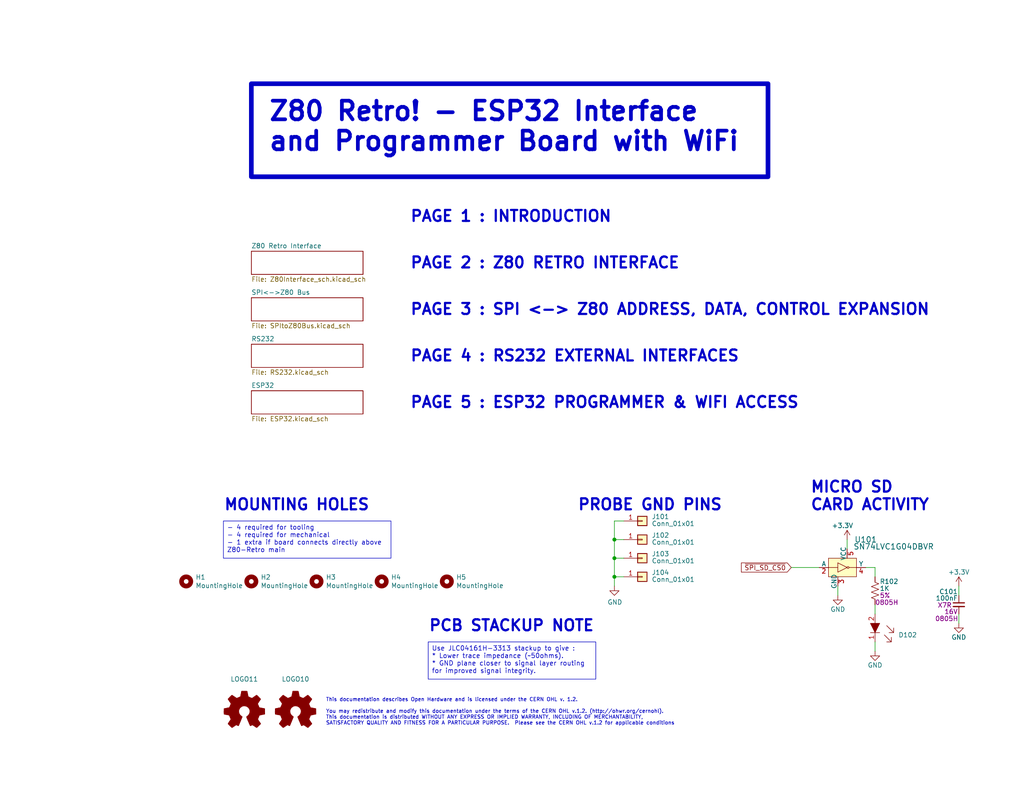
<source format=kicad_sch>
(kicad_sch (version 20230121) (generator eeschema)

  (uuid 427359ba-a628-45f2-b713-ef7013e70a1d)

  (paper "USLetter")

  (title_block
    (title "Z80 Retro! ESP32 Interface and Programmer")
    (date "2023-06-12")
    (rev "1.0")
    (company "Denno Wiggle")
    (comment 1 "Z80 Retro! - ESP32-S3 Interface and ")
    (comment 2 "Programmer With WiFi")
  )

  (lib_symbols
    (symbol "Connector_Generic:Conn_01x01" (pin_names (offset 1.016) hide) (in_bom yes) (on_board yes)
      (property "Reference" "J" (at 0 2.54 0)
        (effects (font (size 1.27 1.27)))
      )
      (property "Value" "Conn_01x01" (at 0 -2.54 0)
        (effects (font (size 1.27 1.27)))
      )
      (property "Footprint" "" (at 0 0 0)
        (effects (font (size 1.27 1.27)) hide)
      )
      (property "Datasheet" "~" (at 0 0 0)
        (effects (font (size 1.27 1.27)) hide)
      )
      (property "ki_keywords" "connector" (at 0 0 0)
        (effects (font (size 1.27 1.27)) hide)
      )
      (property "ki_description" "Generic connector, single row, 01x01, script generated (kicad-library-utils/schlib/autogen/connector/)" (at 0 0 0)
        (effects (font (size 1.27 1.27)) hide)
      )
      (property "ki_fp_filters" "Connector*:*_1x??_*" (at 0 0 0)
        (effects (font (size 1.27 1.27)) hide)
      )
      (symbol "Conn_01x01_1_1"
        (rectangle (start -1.27 0.127) (end 0 -0.127)
          (stroke (width 0.1524) (type default))
          (fill (type none))
        )
        (rectangle (start -1.27 1.27) (end 1.27 -1.27)
          (stroke (width 0.254) (type default))
          (fill (type background))
        )
        (pin passive line (at -5.08 0 0) (length 3.81)
          (name "Pin_1" (effects (font (size 1.27 1.27))))
          (number "1" (effects (font (size 1.27 1.27))))
        )
      )
    )
    (symbol "Graphic:Logo_Open_Hardware_Small" (in_bom no) (on_board no)
      (property "Reference" "#SYM" (at 0 6.985 0)
        (effects (font (size 1.27 1.27)) hide)
      )
      (property "Value" "Logo_Open_Hardware_Small" (at 0 -5.715 0)
        (effects (font (size 1.27 1.27)) hide)
      )
      (property "Footprint" "" (at 0 0 0)
        (effects (font (size 1.27 1.27)) hide)
      )
      (property "Datasheet" "~" (at 0 0 0)
        (effects (font (size 1.27 1.27)) hide)
      )
      (property "Sim.Enable" "0" (at 0 0 0)
        (effects (font (size 1.27 1.27)) hide)
      )
      (property "ki_keywords" "Logo" (at 0 0 0)
        (effects (font (size 1.27 1.27)) hide)
      )
      (property "ki_description" "Open Hardware logo, small" (at 0 0 0)
        (effects (font (size 1.27 1.27)) hide)
      )
      (symbol "Logo_Open_Hardware_Small_0_1"
        (polyline
          (pts
            (xy 3.3528 -4.3434)
            (xy 3.302 -4.318)
            (xy 3.175 -4.2418)
            (xy 2.9972 -4.1148)
            (xy 2.7686 -3.9624)
            (xy 2.54 -3.81)
            (xy 2.3622 -3.7084)
            (xy 2.2352 -3.6068)
            (xy 2.1844 -3.5814)
            (xy 2.159 -3.6068)
            (xy 2.0574 -3.6576)
            (xy 1.905 -3.7338)
            (xy 1.8034 -3.7846)
            (xy 1.6764 -3.8354)
            (xy 1.6002 -3.8354)
            (xy 1.6002 -3.8354)
            (xy 1.5494 -3.7338)
            (xy 1.4732 -3.5306)
            (xy 1.3462 -3.302)
            (xy 1.2446 -3.0226)
            (xy 1.1176 -2.7178)
            (xy 0.9652 -2.413)
            (xy 0.8636 -2.1082)
            (xy 0.7366 -1.8288)
            (xy 0.6604 -1.6256)
            (xy 0.6096 -1.4732)
            (xy 0.5842 -1.397)
            (xy 0.5842 -1.397)
            (xy 0.6604 -1.3208)
            (xy 0.7874 -1.2446)
            (xy 1.0414 -1.016)
            (xy 1.2954 -0.6858)
            (xy 1.4478 -0.3302)
            (xy 1.524 0.0762)
            (xy 1.4732 0.4572)
            (xy 1.3208 0.8128)
            (xy 1.0668 1.143)
            (xy 0.762 1.3716)
            (xy 0.4064 1.524)
            (xy 0 1.5748)
            (xy -0.381 1.5494)
            (xy -0.7366 1.397)
            (xy -1.0668 1.143)
            (xy -1.2192 0.9906)
            (xy -1.397 0.6604)
            (xy -1.524 0.3048)
            (xy -1.524 0.2286)
            (xy -1.4986 -0.1778)
            (xy -1.397 -0.5334)
            (xy -1.1938 -0.8636)
            (xy -0.9144 -1.143)
            (xy -0.8636 -1.1684)
            (xy -0.7366 -1.27)
            (xy -0.635 -1.3462)
            (xy -0.5842 -1.397)
            (xy -1.0668 -2.5908)
            (xy -1.143 -2.794)
            (xy -1.2954 -3.1242)
            (xy -1.397 -3.4036)
            (xy -1.4986 -3.6322)
            (xy -1.5748 -3.7846)
            (xy -1.6002 -3.8354)
            (xy -1.6002 -3.8354)
            (xy -1.651 -3.8354)
            (xy -1.7272 -3.81)
            (xy -1.905 -3.7338)
            (xy -2.0066 -3.683)
            (xy -2.1336 -3.6068)
            (xy -2.2098 -3.5814)
            (xy -2.2606 -3.6068)
            (xy -2.3622 -3.683)
            (xy -2.54 -3.81)
            (xy -2.7686 -3.9624)
            (xy -2.9718 -4.0894)
            (xy -3.1496 -4.2164)
            (xy -3.302 -4.318)
            (xy -3.3528 -4.3434)
            (xy -3.3782 -4.3434)
            (xy -3.429 -4.318)
            (xy -3.5306 -4.2164)
            (xy -3.7084 -4.064)
            (xy -3.937 -3.8354)
            (xy -3.9624 -3.81)
            (xy -4.1656 -3.6068)
            (xy -4.318 -3.4544)
            (xy -4.4196 -3.3274)
            (xy -4.445 -3.2766)
            (xy -4.445 -3.2766)
            (xy -4.4196 -3.2258)
            (xy -4.318 -3.0734)
            (xy -4.2164 -2.8956)
            (xy -4.064 -2.667)
            (xy -3.6576 -2.0828)
            (xy -3.8862 -1.5494)
            (xy -3.937 -1.3716)
            (xy -4.0386 -1.1684)
            (xy -4.0894 -1.0414)
            (xy -4.1148 -0.9652)
            (xy -4.191 -0.9398)
            (xy -4.318 -0.9144)
            (xy -4.5466 -0.8636)
            (xy -4.8006 -0.8128)
            (xy -5.0546 -0.7874)
            (xy -5.2578 -0.7366)
            (xy -5.4356 -0.7112)
            (xy -5.5118 -0.6858)
            (xy -5.5118 -0.6858)
            (xy -5.5372 -0.635)
            (xy -5.5372 -0.5588)
            (xy -5.5372 -0.4318)
            (xy -5.5626 -0.2286)
            (xy -5.5626 0.0762)
            (xy -5.5626 0.127)
            (xy -5.5372 0.4064)
            (xy -5.5372 0.635)
            (xy -5.5372 0.762)
            (xy -5.5372 0.8382)
            (xy -5.5372 0.8382)
            (xy -5.461 0.8382)
            (xy -5.3086 0.889)
            (xy -5.08 0.9144)
            (xy -4.826 0.9652)
            (xy -4.8006 0.9906)
            (xy -4.5466 1.0414)
            (xy -4.318 1.0668)
            (xy -4.1656 1.1176)
            (xy -4.0894 1.143)
            (xy -4.0894 1.143)
            (xy -4.0386 1.2446)
            (xy -3.9624 1.4224)
            (xy -3.8608 1.6256)
            (xy -3.7846 1.8288)
            (xy -3.7084 2.0066)
            (xy -3.6576 2.159)
            (xy -3.6322 2.2098)
            (xy -3.6322 2.2098)
            (xy -3.683 2.286)
            (xy -3.7592 2.413)
            (xy -3.8862 2.5908)
            (xy -4.064 2.8194)
            (xy -4.064 2.8448)
            (xy -4.2164 3.0734)
            (xy -4.3434 3.2512)
            (xy -4.4196 3.3782)
            (xy -4.445 3.4544)
            (xy -4.445 3.4544)
            (xy -4.3942 3.5052)
            (xy -4.2926 3.6322)
            (xy -4.1148 3.81)
            (xy -3.937 4.0132)
            (xy -3.8608 4.064)
            (xy -3.6576 4.2926)
            (xy -3.5052 4.4196)
            (xy -3.4036 4.4958)
            (xy -3.3528 4.5212)
            (xy -3.3528 4.5212)
            (xy -3.302 4.4704)
            (xy -3.1496 4.3688)
            (xy -2.9718 4.2418)
            (xy -2.7432 4.0894)
            (xy -2.7178 4.0894)
            (xy -2.4892 3.937)
            (xy -2.3114 3.81)
            (xy -2.1844 3.7084)
            (xy -2.1336 3.683)
            (xy -2.1082 3.683)
            (xy -2.032 3.7084)
            (xy -1.8542 3.7592)
            (xy -1.6764 3.8354)
            (xy -1.4732 3.937)
            (xy -1.27 4.0132)
            (xy -1.143 4.064)
            (xy -1.0668 4.1148)
            (xy -1.0668 4.1148)
            (xy -1.0414 4.191)
            (xy -1.016 4.3434)
            (xy -0.9652 4.572)
            (xy -0.9144 4.8514)
            (xy -0.889 4.9022)
            (xy -0.8382 5.1562)
            (xy -0.8128 5.3848)
            (xy -0.7874 5.5372)
            (xy -0.762 5.588)
            (xy -0.7112 5.6134)
            (xy -0.5842 5.6134)
            (xy -0.4064 5.6134)
            (xy -0.1524 5.6134)
            (xy 0.0762 5.6134)
            (xy 0.3302 5.6134)
            (xy 0.5334 5.6134)
            (xy 0.6858 5.588)
            (xy 0.7366 5.588)
            (xy 0.7366 5.588)
            (xy 0.762 5.5118)
            (xy 0.8128 5.334)
            (xy 0.8382 5.1054)
            (xy 0.9144 4.826)
            (xy 0.9144 4.7752)
            (xy 0.9652 4.5212)
            (xy 1.016 4.2926)
            (xy 1.0414 4.1402)
            (xy 1.0668 4.0894)
            (xy 1.0668 4.0894)
            (xy 1.1938 4.0386)
            (xy 1.3716 3.9624)
            (xy 1.5748 3.8608)
            (xy 2.0828 3.6576)
            (xy 2.7178 4.0894)
            (xy 2.7686 4.1402)
            (xy 2.9972 4.2926)
            (xy 3.175 4.4196)
            (xy 3.302 4.4958)
            (xy 3.3782 4.5212)
            (xy 3.3782 4.5212)
            (xy 3.429 4.4704)
            (xy 3.556 4.3434)
            (xy 3.7338 4.191)
            (xy 3.9116 3.9878)
            (xy 4.064 3.8354)
            (xy 4.2418 3.6576)
            (xy 4.3434 3.556)
            (xy 4.4196 3.4798)
            (xy 4.4196 3.429)
            (xy 4.4196 3.4036)
            (xy 4.3942 3.3274)
            (xy 4.2926 3.2004)
            (xy 4.1656 2.9972)
            (xy 4.0132 2.794)
            (xy 3.8862 2.5908)
            (xy 3.7592 2.3876)
            (xy 3.6576 2.2352)
            (xy 3.6322 2.159)
            (xy 3.6322 2.1336)
            (xy 3.683 2.0066)
            (xy 3.7592 1.8288)
            (xy 3.8608 1.6002)
            (xy 4.064 1.1176)
            (xy 4.3942 1.0414)
            (xy 4.5974 1.016)
            (xy 4.8768 0.9652)
            (xy 5.1308 0.9144)
            (xy 5.5372 0.8382)
            (xy 5.5626 -0.6604)
            (xy 5.4864 -0.6858)
            (xy 5.4356 -0.6858)
            (xy 5.2832 -0.7366)
            (xy 5.0546 -0.762)
            (xy 4.8006 -0.8128)
            (xy 4.5974 -0.8636)
            (xy 4.3688 -0.9144)
            (xy 4.2164 -0.9398)
            (xy 4.1402 -0.9398)
            (xy 4.1148 -0.9652)
            (xy 4.064 -1.0668)
            (xy 3.9878 -1.2446)
            (xy 3.9116 -1.4478)
            (xy 3.81 -1.651)
            (xy 3.7338 -1.8542)
            (xy 3.683 -2.0066)
            (xy 3.6576 -2.0828)
            (xy 3.683 -2.1336)
            (xy 3.7846 -2.2606)
            (xy 3.8862 -2.4638)
            (xy 4.0386 -2.667)
            (xy 4.191 -2.8956)
            (xy 4.318 -3.0734)
            (xy 4.3942 -3.2004)
            (xy 4.445 -3.2766)
            (xy 4.4196 -3.3274)
            (xy 4.3434 -3.429)
            (xy 4.1656 -3.5814)
            (xy 3.937 -3.8354)
            (xy 3.8862 -3.8608)
            (xy 3.683 -4.064)
            (xy 3.5306 -4.2164)
            (xy 3.4036 -4.318)
            (xy 3.3528 -4.3434)
          )
          (stroke (width 0) (type default))
          (fill (type outline))
        )
      )
    )
    (symbol "Mechanical:MountingHole" (pin_names (offset 1.016)) (in_bom yes) (on_board yes)
      (property "Reference" "H" (at 0 5.08 0)
        (effects (font (size 1.27 1.27)))
      )
      (property "Value" "MountingHole" (at 0 3.175 0)
        (effects (font (size 1.27 1.27)))
      )
      (property "Footprint" "" (at 0 0 0)
        (effects (font (size 1.27 1.27)) hide)
      )
      (property "Datasheet" "~" (at 0 0 0)
        (effects (font (size 1.27 1.27)) hide)
      )
      (property "ki_keywords" "mounting hole" (at 0 0 0)
        (effects (font (size 1.27 1.27)) hide)
      )
      (property "ki_description" "Mounting Hole without connection" (at 0 0 0)
        (effects (font (size 1.27 1.27)) hide)
      )
      (property "ki_fp_filters" "MountingHole*" (at 0 0 0)
        (effects (font (size 1.27 1.27)) hide)
      )
      (symbol "MountingHole_0_1"
        (circle (center 0 0) (radius 1.27)
          (stroke (width 1.27) (type default))
          (fill (type none))
        )
      )
    )
    (symbol "WTM:C_100nF_X7R_16V_0805H" (pin_numbers hide) (pin_names (offset 0) hide) (in_bom yes) (on_board yes)
      (property "Reference" "C" (at 0.254 3.556 0) (do_not_autoplace)
        (effects (font (size 1.27 1.27)) (justify left))
      )
      (property "Value" "100nF" (at 0.254 1.778 0) (do_not_autoplace)
        (effects (font (size 1.27 1.27)) (justify left))
      )
      (property "Footprint" "Capacitor_SMD:C_0805_2012Metric_Pad1.18x1.45mm_HandSolder" (at 2.54 -10.16 0)
        (effects (font (size 1.27 1.27)) hide)
      )
      (property "Datasheet" "https://www.we-online.com/katalog/datasheet/885012207045.pdf" (at 0 -25.4 0)
        (effects (font (size 1.27 1.27)) hide)
      )
      (property "Digikey" "732-8045-1-ND" (at 1.27 -12.7 0)
        (effects (font (size 1.27 1.27)) hide)
      )
      (property "Description" "CAP CER 0.1UF 16V X7R 0805" (at 1.27 -22.86 0)
        (effects (font (size 1.27 1.27)) hide)
      )
      (property "Dielectric" "X7R" (at 1.905 -0.127 0) (do_not_autoplace)
        (effects (font (size 1.27 1.27)) (justify left))
      )
      (property "Voltage" "16V" (at 0.254 -1.905 0) (do_not_autoplace)
        (effects (font (size 1.27 1.27)) (justify left))
      )
      (property "MPN" "885012207045" (at 1.27 -20.32 0)
        (effects (font (size 1.27 1.27)) hide)
      )
      (property "Manufacturer" "Würth Elektronik" (at 1.27 -17.78 0)
        (effects (font (size 1.27 1.27)) hide)
      )
      (property "Footprint2" "0805H" (at 0.127 -3.81 0) (do_not_autoplace)
        (effects (font (size 1.27 1.27)) (justify left))
      )
      (property "Digi-Key_PN" "732-8045-1-ND" (at 1.27 -15.24 0)
        (effects (font (size 1.27 1.27)) hide)
      )
      (property "ki_keywords" "capacitor cap" (at 0 0 0)
        (effects (font (size 1.27 1.27)) hide)
      )
      (property "ki_description" "Unpolarized capacitor, small symbol" (at 0 0 0)
        (effects (font (size 1.27 1.27)) hide)
      )
      (property "ki_fp_filters" "C_*" (at 0 0 0)
        (effects (font (size 1.27 1.27)) hide)
      )
      (symbol "C_100nF_X7R_16V_0805H_0_1"
        (polyline
          (pts
            (xy -1.524 -0.508)
            (xy 1.524 -0.508)
          )
          (stroke (width 0.3302) (type default))
          (fill (type none))
        )
        (polyline
          (pts
            (xy -1.524 0.508)
            (xy 1.524 0.508)
          )
          (stroke (width 0.3048) (type default))
          (fill (type none))
        )
      )
      (symbol "C_100nF_X7R_16V_0805H_1_1"
        (pin passive line (at 0 2.54 270) (length 2.032)
          (name "~" (effects (font (size 1.27 1.27))))
          (number "1" (effects (font (size 1.27 1.27))))
        )
        (pin passive line (at 0 -2.54 90) (length 2.032)
          (name "~" (effects (font (size 1.27 1.27))))
          (number "2" (effects (font (size 1.27 1.27))))
        )
      )
    )
    (symbol "WTM:R_10K_5%_0805H" (pin_numbers hide) (pin_names (offset 0)) (in_bom yes) (on_board yes)
      (property "Reference" "R515" (at 1.27 2.54 0)
        (effects (font (size 1.27 1.27)) (justify left))
      )
      (property "Value" "10K" (at 1.27 0.635 0)
        (effects (font (size 1.27 1.27)) (justify left))
      )
      (property "Footprint" "Resistor_SMD:R_0805_2012Metric_Pad1.20x1.40mm_HandSolder" (at 0 -12.7 0)
        (effects (font (size 1.27 1.27)) hide)
      )
      (property "Datasheet" "https://www.yageo.com/upload/media/product/productsearch/datasheet/rchip/PYu-RC_Group_51_RoHS_L_12.pdf" (at 0 -15.24 0)
        (effects (font (size 1.27 1.27)) hide)
      )
      (property "Tolerance" "5%" (at 1.27 -1.27 0)
        (effects (font (size 1.27 1.27)) (justify left))
      )
      (property "Footprint2" "0805H" (at 0 -3.175 0)
        (effects (font (size 1.27 1.27)) (justify left))
      )
      (property "MPN" "RC0805JR-0710KL" (at 0 -20.32 0)
        (effects (font (size 1.27 1.27)) hide)
      )
      (property "Manufacturer" "Yaego" (at 0 -25.4 0)
        (effects (font (size 1.27 1.27)) hide)
      )
      (property "Description" "RES 10K OHM 5% 1/8W 0805" (at 0 -17.78 0)
        (effects (font (size 1.27 1.27)) hide)
      )
      (property "Digikey" "311-10KARCT-ND" (at 0 -22.86 0)
        (effects (font (size 1.27 1.27)) hide)
      )
      (property "ki_keywords" "R res resistor" (at 0 0 0)
        (effects (font (size 1.27 1.27)) hide)
      )
      (property "ki_description" "Resistor, US symbol" (at 0 0 0)
        (effects (font (size 1.27 1.27)) hide)
      )
      (property "ki_fp_filters" "R_*" (at 0 0 0)
        (effects (font (size 1.27 1.27)) hide)
      )
      (symbol "R_10K_5%_0805H_0_1"
        (polyline
          (pts
            (xy 0 -2.286)
            (xy 0 -2.54)
          )
          (stroke (width 0) (type default))
          (fill (type none))
        )
        (polyline
          (pts
            (xy 0 2.286)
            (xy 0 2.54)
          )
          (stroke (width 0) (type default))
          (fill (type none))
        )
        (polyline
          (pts
            (xy 0 -0.762)
            (xy 1.016 -1.143)
            (xy 0 -1.524)
            (xy -1.016 -1.905)
            (xy 0 -2.286)
          )
          (stroke (width 0) (type default))
          (fill (type none))
        )
        (polyline
          (pts
            (xy 0 0.762)
            (xy 1.016 0.381)
            (xy 0 0)
            (xy -1.016 -0.381)
            (xy 0 -0.762)
          )
          (stroke (width 0) (type default))
          (fill (type none))
        )
        (polyline
          (pts
            (xy 0 2.286)
            (xy 1.016 1.905)
            (xy 0 1.524)
            (xy -1.016 1.143)
            (xy 0 0.762)
          )
          (stroke (width 0) (type default))
          (fill (type none))
        )
      )
      (symbol "R_10K_5%_0805H_1_1"
        (pin passive line (at 0 3.81 270) (length 1.27)
          (name "~" (effects (font (size 1.27 1.27))))
          (number "1" (effects (font (size 1.27 1.27))))
        )
        (pin passive line (at 0 -3.81 90) (length 1.27)
          (name "~" (effects (font (size 1.27 1.27))))
          (number "2" (effects (font (size 1.27 1.27))))
        )
      )
    )
    (symbol "dk_LED-Indication-Discrete:LTST-C191KRKT" (pin_names (offset 0)) (in_bom yes) (on_board yes)
      (property "Reference" "D102" (at 0.635 6.35 90)
        (effects (font (size 1.27 1.27)) (justify left))
      )
      (property "Value" "LTST-C170KGKT" (at 0 -3.81 0)
        (effects (font (size 1.524 1.524)) hide)
      )
      (property "Footprint" "LED_SMD:LED_0805_2012Metric_Pad1.15x1.40mm_HandSolder" (at 5.08 5.08 0)
        (effects (font (size 1.524 1.524)) (justify left) hide)
      )
      (property "Datasheet" "https://optoelectronics.liteon.com/upload/download/DS22-2000-073/LTST-C170KGKT.pdf" (at 5.08 7.62 0)
        (effects (font (size 1.524 1.524)) (justify left) hide)
      )
      (property "Digikey" "160-1414-1-ND" (at 5.08 10.16 0)
        (effects (font (size 1.524 1.524)) (justify left) hide)
      )
      (property "MPN" "LTST-C170KGKT" (at 5.08 12.7 0)
        (effects (font (size 1.524 1.524)) (justify left) hide)
      )
      (property "Category" "Optoelectronics" (at 5.08 15.24 0)
        (effects (font (size 1.524 1.524)) (justify left) hide)
      )
      (property "Family" "LED Indication - Discrete" (at 5.08 17.78 0)
        (effects (font (size 1.524 1.524)) (justify left) hide)
      )
      (property "Description" "LED GREEN CLEAR CHIP 2V 571NM 0805" (at 5.08 25.4 0)
        (effects (font (size 1.524 1.524)) (justify left) hide)
      )
      (property "Manufacturer" "Lite-On Inc." (at 5.08 27.94 0)
        (effects (font (size 1.524 1.524)) (justify left) hide)
      )
      (property "Status" "Active" (at 5.08 30.48 0)
        (effects (font (size 1.524 1.524)) (justify left) hide)
      )
      (property "LCSC Part #" "" (at 0 0 0)
        (effects (font (size 1.27 1.27)) hide)
      )
      (property "ki_keywords" "160-1447-1-ND" (at 0 0 0)
        (effects (font (size 1.27 1.27)) hide)
      )
      (property "ki_description" "LED RED CLEAR SMD" (at 0 0 0)
        (effects (font (size 1.27 1.27)) hide)
      )
      (symbol "LTST-C191KRKT_0_1"
        (polyline
          (pts
            (xy 0 1.27)
            (xy 0 -1.27)
          )
          (stroke (width 0) (type solid))
          (fill (type none))
        )
        (polyline
          (pts
            (xy -2.54 1.27)
            (xy -2.54 -1.27)
            (xy 0 0)
            (xy -2.54 1.27)
          )
          (stroke (width 0) (type solid))
          (fill (type outline))
        )
      )
      (symbol "LTST-C191KRKT_1_1"
        (polyline
          (pts
            (xy -1.27 3.81)
            (xy -1.905 3.175)
          )
          (stroke (width 0) (type solid))
          (fill (type none))
        )
        (polyline
          (pts
            (xy -0.635 5.08)
            (xy -1.27 5.08)
          )
          (stroke (width 0) (type solid))
          (fill (type none))
        )
        (polyline
          (pts
            (xy 0 4.445)
            (xy 0 3.81)
          )
          (stroke (width 0) (type solid))
          (fill (type none))
        )
        (polyline
          (pts
            (xy 1.27 3.175)
            (xy 0.635 2.54)
          )
          (stroke (width 0) (type solid))
          (fill (type none))
        )
        (polyline
          (pts
            (xy 1.905 4.445)
            (xy 1.27 4.445)
          )
          (stroke (width 0) (type solid))
          (fill (type none))
        )
        (polyline
          (pts
            (xy 2.54 3.81)
            (xy 2.54 3.175)
          )
          (stroke (width 0) (type solid))
          (fill (type none))
        )
        (polyline
          (pts
            (xy 1.27 3.175)
            (xy 2.54 4.445)
            (xy 1.905 4.445)
            (xy 2.54 4.445)
            (xy 2.54 3.81)
          )
          (stroke (width 0) (type solid))
          (fill (type none))
        )
        (polyline
          (pts
            (xy 0 5.08)
            (xy 0 4.445)
            (xy 0 5.08)
            (xy -0.635 5.08)
            (xy 0 5.08)
            (xy -1.27 3.81)
          )
          (stroke (width 0) (type solid))
          (fill (type none))
        )
        (pin passive line (at 2.54 0 180) (length 2.54)
          (name "~" (effects (font (size 1.27 1.27))))
          (number "1" (effects (font (size 1.27 1.27))))
        )
        (pin passive line (at -5.08 0 0) (length 2.54)
          (name "~" (effects (font (size 1.27 1.27))))
          (number "2" (effects (font (size 1.27 1.27))))
        )
      )
    )
    (symbol "dk_Logic-Gates-and-Inverters:SN74LVC1G04DBVR" (pin_names (offset 0)) (in_bom yes) (on_board yes)
      (property "Reference" "U" (at -2.54 3.556 0)
        (effects (font (size 1.524 1.524)) (justify right))
      )
      (property "Value" "SN74LVC1G04DBVR" (at -0.762 -3.81 0)
        (effects (font (size 1.524 1.524)) (justify left))
      )
      (property "Footprint" "digikey-footprints:SOT-753" (at 5.08 5.08 0)
        (effects (font (size 1.524 1.524)) (justify left) hide)
      )
      (property "Datasheet" "http://www.ti.com/general/docs/suppproductinfo.tsp?distId=10&gotoUrl=http%3A%2F%2Fwww.ti.com%2Flit%2Fgpn%2Fsn74lvc1g04" (at 5.08 7.62 0)
        (effects (font (size 1.524 1.524)) (justify left) hide)
      )
      (property "Digi-Key_PN" "296-11599-1-ND" (at 5.08 10.16 0)
        (effects (font (size 1.524 1.524)) (justify left) hide)
      )
      (property "MPN" "SN74LVC1G04DBVR" (at 5.08 12.7 0)
        (effects (font (size 1.524 1.524)) (justify left) hide)
      )
      (property "Category" "Integrated Circuits (ICs)" (at 5.08 15.24 0)
        (effects (font (size 1.524 1.524)) (justify left) hide)
      )
      (property "Family" "Logic - Gates and Inverters" (at 5.08 17.78 0)
        (effects (font (size 1.524 1.524)) (justify left) hide)
      )
      (property "DK_Datasheet_Link" "http://www.ti.com/general/docs/suppproductinfo.tsp?distId=10&gotoUrl=http%3A%2F%2Fwww.ti.com%2Flit%2Fgpn%2Fsn74lvc1g04" (at 5.08 20.32 0)
        (effects (font (size 1.524 1.524)) (justify left) hide)
      )
      (property "DK_Detail_Page" "/product-detail/en/texas-instruments/SN74LVC1G04DBVR/296-11599-1-ND/385738" (at 5.08 22.86 0)
        (effects (font (size 1.524 1.524)) (justify left) hide)
      )
      (property "Description" "IC INVERTER 1CH 1-INP SOT23-5" (at 5.08 25.4 0)
        (effects (font (size 1.524 1.524)) (justify left) hide)
      )
      (property "Manufacturer" "Texas Instruments" (at 5.08 27.94 0)
        (effects (font (size 1.524 1.524)) (justify left) hide)
      )
      (property "Status" "Active" (at 5.08 30.48 0)
        (effects (font (size 1.524 1.524)) (justify left) hide)
      )
      (property "ki_keywords" "296-11599-1-ND 74LVC" (at 0 0 0)
        (effects (font (size 1.27 1.27)) hide)
      )
      (property "ki_description" "IC INVERTER 1CH 1-INP SOT23-5" (at 0 0 0)
        (effects (font (size 1.27 1.27)) hide)
      )
      (symbol "SN74LVC1G04DBVR_0_1"
        (rectangle (start -5.08 2.54) (end 2.54 -2.54)
          (stroke (width 0) (type solid))
          (fill (type background))
        )
        (polyline
          (pts
            (xy -2.54 0)
            (xy -5.08 0)
          )
          (stroke (width 0) (type solid))
          (fill (type none))
        )
        (polyline
          (pts
            (xy 2.54 0)
            (xy 0.508 0)
          )
          (stroke (width 0) (type solid))
          (fill (type none))
        )
        (polyline
          (pts
            (xy -2.54 1.27)
            (xy -2.54 -1.27)
            (xy 0 0)
            (xy -2.54 1.27)
          )
          (stroke (width 0) (type solid))
          (fill (type none))
        )
        (circle (center 0.254 0) (radius 0.254)
          (stroke (width 0) (type solid))
          (fill (type none))
        )
      )
      (symbol "SN74LVC1G04DBVR_1_1"
        (pin no_connect line (at -2.54 0 0) (length 2.54) hide
          (name "NC" (effects (font (size 1.27 1.27))))
          (number "1" (effects (font (size 1.27 1.27))))
        )
        (pin input line (at -7.62 0 0) (length 2.54)
          (name "A" (effects (font (size 1.27 1.27))))
          (number "2" (effects (font (size 1.27 1.27))))
        )
        (pin power_in line (at -2.54 -5.08 90) (length 2.54)
          (name "GND" (effects (font (size 1.27 1.27))))
          (number "3" (effects (font (size 1.27 1.27))))
        )
        (pin output line (at 5.08 0 180) (length 2.54)
          (name "Y" (effects (font (size 1.27 1.27))))
          (number "4" (effects (font (size 1.27 1.27))))
        )
        (pin power_in line (at 0 5.08 270) (length 2.54)
          (name "VCC" (effects (font (size 1.27 1.27))))
          (number "5" (effects (font (size 1.27 1.27))))
        )
      )
    )
    (symbol "power:+3.3V" (power) (pin_names (offset 0)) (in_bom yes) (on_board yes)
      (property "Reference" "#PWR" (at 0 -3.81 0)
        (effects (font (size 1.27 1.27)) hide)
      )
      (property "Value" "+3.3V" (at 0 3.556 0)
        (effects (font (size 1.27 1.27)))
      )
      (property "Footprint" "" (at 0 0 0)
        (effects (font (size 1.27 1.27)) hide)
      )
      (property "Datasheet" "" (at 0 0 0)
        (effects (font (size 1.27 1.27)) hide)
      )
      (property "ki_keywords" "global power" (at 0 0 0)
        (effects (font (size 1.27 1.27)) hide)
      )
      (property "ki_description" "Power symbol creates a global label with name \"+3.3V\"" (at 0 0 0)
        (effects (font (size 1.27 1.27)) hide)
      )
      (symbol "+3.3V_0_1"
        (polyline
          (pts
            (xy -0.762 1.27)
            (xy 0 2.54)
          )
          (stroke (width 0) (type default))
          (fill (type none))
        )
        (polyline
          (pts
            (xy 0 0)
            (xy 0 2.54)
          )
          (stroke (width 0) (type default))
          (fill (type none))
        )
        (polyline
          (pts
            (xy 0 2.54)
            (xy 0.762 1.27)
          )
          (stroke (width 0) (type default))
          (fill (type none))
        )
      )
      (symbol "+3.3V_1_1"
        (pin power_in line (at 0 0 90) (length 0) hide
          (name "+3.3V" (effects (font (size 1.27 1.27))))
          (number "1" (effects (font (size 1.27 1.27))))
        )
      )
    )
    (symbol "power:GND" (power) (pin_names (offset 0)) (in_bom yes) (on_board yes)
      (property "Reference" "#PWR" (at 0 -6.35 0)
        (effects (font (size 1.27 1.27)) hide)
      )
      (property "Value" "GND" (at 0 -3.81 0)
        (effects (font (size 1.27 1.27)))
      )
      (property "Footprint" "" (at 0 0 0)
        (effects (font (size 1.27 1.27)) hide)
      )
      (property "Datasheet" "" (at 0 0 0)
        (effects (font (size 1.27 1.27)) hide)
      )
      (property "ki_keywords" "global power" (at 0 0 0)
        (effects (font (size 1.27 1.27)) hide)
      )
      (property "ki_description" "Power symbol creates a global label with name \"GND\" , ground" (at 0 0 0)
        (effects (font (size 1.27 1.27)) hide)
      )
      (symbol "GND_0_1"
        (polyline
          (pts
            (xy 0 0)
            (xy 0 -1.27)
            (xy 1.27 -1.27)
            (xy 0 -2.54)
            (xy -1.27 -1.27)
            (xy 0 -1.27)
          )
          (stroke (width 0) (type default))
          (fill (type none))
        )
      )
      (symbol "GND_1_1"
        (pin power_in line (at 0 0 270) (length 0) hide
          (name "GND" (effects (font (size 1.27 1.27))))
          (number "1" (effects (font (size 1.27 1.27))))
        )
      )
    )
  )

  (junction (at 167.64 147.32) (diameter 0) (color 0 0 0 0)
    (uuid 0b4265cf-41e0-47b7-976e-8a935d6166e8)
  )
  (junction (at 167.64 152.4) (diameter 0) (color 0 0 0 0)
    (uuid 118b8951-ccd0-4905-bc5e-c4710ddba987)
  )
  (junction (at 167.64 157.48) (diameter 0) (color 0 0 0 0)
    (uuid 1afeb059-8925-4b62-a91f-038e01990ef4)
  )

  (wire (pts (xy 215.9 154.94) (xy 223.52 154.94))
    (stroke (width 0) (type default))
    (uuid 03574744-7587-4359-bb2e-ec60121211d9)
  )
  (wire (pts (xy 167.64 152.4) (xy 170.18 152.4))
    (stroke (width 0) (type default))
    (uuid 11a9cbff-6235-4adc-a524-ac739442ae66)
  )
  (wire (pts (xy 238.76 175.26) (xy 238.76 177.8))
    (stroke (width 0) (type default))
    (uuid 39e17ece-e17e-4405-856c-92de39abc3d5)
  )
  (wire (pts (xy 231.14 147.32) (xy 231.14 149.86))
    (stroke (width 0) (type default))
    (uuid 3adffcb0-9f95-4964-8672-e932736c18b3)
  )
  (wire (pts (xy 261.62 167.64) (xy 261.62 170.18))
    (stroke (width 0) (type default))
    (uuid 420dec3a-0a48-4b31-add6-84638c675326)
  )
  (wire (pts (xy 167.64 142.24) (xy 167.64 147.32))
    (stroke (width 0) (type default))
    (uuid 49155a91-fdca-4652-ad6b-3d98869382c5)
  )
  (wire (pts (xy 261.62 160.02) (xy 261.62 162.56))
    (stroke (width 0) (type default))
    (uuid 6ef7ab6b-e3dc-4090-9c17-5efb66d4307d)
  )
  (wire (pts (xy 167.64 157.48) (xy 167.64 160.02))
    (stroke (width 0) (type default))
    (uuid 7ec07522-f456-46fd-9d74-bde4663847ce)
  )
  (wire (pts (xy 167.64 157.48) (xy 170.18 157.48))
    (stroke (width 0) (type default))
    (uuid 92fc3db2-c986-4d0f-b918-12432df77eae)
  )
  (wire (pts (xy 170.18 142.24) (xy 167.64 142.24))
    (stroke (width 0) (type default))
    (uuid 983f8789-a8c0-4b4f-b5b4-b58b4d55f19e)
  )
  (wire (pts (xy 228.6 160.02) (xy 228.6 162.56))
    (stroke (width 0) (type default))
    (uuid bdcf3359-7842-409a-97a6-436e434012eb)
  )
  (wire (pts (xy 238.76 165.1) (xy 238.76 167.64))
    (stroke (width 0) (type default))
    (uuid c218d427-781b-43e9-9235-a6361d31760c)
  )
  (wire (pts (xy 167.64 152.4) (xy 167.64 157.48))
    (stroke (width 0) (type default))
    (uuid e490b042-a741-44d4-9115-ef525fd911a3)
  )
  (wire (pts (xy 167.64 147.32) (xy 170.18 147.32))
    (stroke (width 0) (type default))
    (uuid ed37820f-75a6-4c01-b474-69065fa3b4a8)
  )
  (wire (pts (xy 167.64 147.32) (xy 167.64 152.4))
    (stroke (width 0) (type default))
    (uuid f24670df-1d51-4aed-be04-56db2e7e006a)
  )
  (wire (pts (xy 236.22 154.94) (xy 238.76 154.94))
    (stroke (width 0) (type default))
    (uuid f9ac6228-27aa-41f5-9287-ae0b00775260)
  )
  (wire (pts (xy 238.76 154.94) (xy 238.76 157.48))
    (stroke (width 0) (type default))
    (uuid ff5af37e-d737-4606-85fd-017ee8856db3)
  )

  (text_box "Z80 Retro! - ESP32 Interface\nand Programmer Board with WiFi"
    (at 68.58 22.86 0) (size 140.97 25.4)
    (stroke (width 1.27) (type default))
    (fill (type none))
    (effects (font (size 5.08 5.08) (thickness 1.016) bold) (justify left top))
    (uuid 0415d99c-b82c-45bc-be8e-4deb9338cb0c)
  )
  (text_box "Use JLC04161H-3313 stackup to give :\n* Lower trace impedance (~50ohms).\n* GND plane closer to signal layer routing for improved signal integrity."
    (at 116.84 175.26 0) (size 45.72 10.16)
    (stroke (width 0) (type default))
    (fill (type none))
    (effects (font (size 1.27 1.27)) (justify left top))
    (uuid 8daa3c1b-4891-4ecd-9e22-747a0dd995d0)
  )
  (text_box "- 4 required for tooling\n- 4 required for mechanical\n- 1 extra if board connects directly above Z80-Retro main"
    (at 60.96 142.24 0) (size 45.72 10.16)
    (stroke (width 0) (type default))
    (fill (type none))
    (effects (font (size 1.27 1.27)) (justify left top))
    (uuid fa29d31c-55cf-4a14-a4c3-818b8a283e68)
  )

  (text "MOUNTING HOLES" (at 60.96 139.7 0)
    (effects (font (size 2.9972 2.9972) (thickness 0.5994) bold) (justify left bottom))
    (uuid 2c95c57a-1327-44b6-a84b-5d888d63c2bf)
  )
  (text "PAGE 4 : RS232 EXTERNAL INTERFACES" (at 111.76 99.06 0)
    (effects (font (size 2.9972 2.9972) (thickness 0.5994) bold) (justify left bottom))
    (uuid 44627c6f-d221-41df-8d0f-abd89a0e5c93)
  )
  (text "MICRO SD \nCARD ACTIVITY" (at 220.98 139.7 0)
    (effects (font (size 2.9972 2.9972) (thickness 0.5994) bold) (justify left bottom))
    (uuid 467199e5-0728-4729-a387-707df38f646b)
  )
  (text "PAGE 5 : ESP32 PROGRAMMER & WIFI ACCESS" (at 111.76 111.76 0)
    (effects (font (size 2.9972 2.9972) (thickness 0.5994) bold) (justify left bottom))
    (uuid 59844942-e01b-4112-94a7-193c23b8e6dc)
  )
  (text "PAGE 3 : SPI <-> Z80 ADDRESS, DATA, CONTROL EXPANSION"
    (at 111.76 86.36 0)
    (effects (font (size 2.9972 2.9972) (thickness 0.5994) bold) (justify left bottom))
    (uuid 6f33464c-3974-4a4f-a9c1-7895692b2f8c)
  )
  (text "PAGE 2 : Z80 RETRO INTERFACE" (at 111.76 73.66 0)
    (effects (font (size 2.9972 2.9972) (thickness 0.5994) bold) (justify left bottom))
    (uuid 81dfcee4-75e9-4569-8765-ce299ccb3ddd)
  )
  (text "PCB STACKUP NOTE" (at 116.84 172.72 0)
    (effects (font (size 2.9972 2.9972) (thickness 0.5994) bold) (justify left bottom))
    (uuid 84b9b7eb-f160-4eb9-8d12-a378d3479bb7)
  )
  (text "PROBE GND PINS" (at 157.48 139.7 0)
    (effects (font (size 2.9972 2.9972) (thickness 0.5994) bold) (justify left bottom))
    (uuid 9b1be10d-08c7-476d-baaf-08b805097bbf)
  )
  (text "PAGE 1 : INTRODUCTION" (at 111.76 60.96 0)
    (effects (font (size 2.9972 2.9972) (thickness 0.5994) bold) (justify left bottom))
    (uuid b9708d9f-bf83-49ce-9155-ba84462160be)
  )
  (text "This documentation describes Open Hardware and is licensed under the CERN OHL v. 1.2.\n\nYou may redistribute and modify this documentation under the terms of the CERN OHL v.1.2. (http://ohwr.org/cernohl). \nThis documentation is distributed WITHOUT ANY EXPRESS OR IMPLIED WARRANTY, INCLUDING OF MERCHANTABILITY, \nSATISFACTORY QUALITY AND FITNESS FOR A PARTICULAR PURPOSE.  Please see the CERN OHL v.1.2 for applicable conditions"
    (at 88.9 198.12 0)
    (effects (font (size 0.9906 0.9906)) (justify left bottom))
    (uuid dbc14e04-cb47-4d67-9f89-62c51310841e)
  )

  (global_label "~{SPI_SD_CS0}" (shape input) (at 215.9 154.94 180) (fields_autoplaced)
    (effects (font (size 1.27 1.27)) (justify right))
    (uuid 375fb40d-84fa-4ba6-afb5-406a91c785c4)
    (property "Intersheetrefs" "${INTERSHEET_REFS}" (at 202.0794 154.94 0)
      (effects (font (size 1.27 1.27)) (justify right))
    )
  )

  (symbol (lib_id "WTM:C_100nF_X7R_16V_0805H") (at 261.62 165.1 0) (mirror y) (unit 1)
    (in_bom yes) (on_board yes) (dnp no) (fields_autoplaced)
    (uuid 153537ae-6184-48e6-b2f6-9b4710005d67)
    (property "Reference" "C211" (at 261.366 161.544 0) (do_not_autoplace)
      (effects (font (size 1.27 1.27)) (justify left))
    )
    (property "Value" "100nF" (at 261.366 163.322 0) (do_not_autoplace)
      (effects (font (size 1.27 1.27)) (justify left))
    )
    (property "Footprint" "Capacitor_SMD:C_0805_2012Metric_Pad1.18x1.45mm_HandSolder" (at 259.08 175.26 0)
      (effects (font (size 1.27 1.27)) hide)
    )
    (property "Datasheet" "https://www.we-online.com/katalog/datasheet/885012207045.pdf" (at 261.62 190.5 0)
      (effects (font (size 1.27 1.27)) hide)
    )
    (property "Digikey" "732-8045-1-ND" (at 260.35 177.8 0)
      (effects (font (size 1.27 1.27)) hide)
    )
    (property "Description" "CAP CER 0.1UF 16V X7R 0805" (at 260.35 187.96 0)
      (effects (font (size 1.27 1.27)) hide)
    )
    (property "Dielectric" "X7R" (at 259.715 165.227 0) (do_not_autoplace)
      (effects (font (size 1.27 1.27)) (justify left))
    )
    (property "Voltage" "16V" (at 261.366 167.005 0) (do_not_autoplace)
      (effects (font (size 1.27 1.27)) (justify left))
    )
    (property "MPN" "885012207045" (at 260.35 185.42 0)
      (effects (font (size 1.27 1.27)) hide)
    )
    (property "Manufacturer" "Würth Elektronik" (at 260.35 182.88 0)
      (effects (font (size 1.27 1.27)) hide)
    )
    (property "Footprint2" "0805H" (at 261.493 168.91 0) (do_not_autoplace)
      (effects (font (size 1.27 1.27)) (justify left))
    )
    (property "Digi-Key_PN" "732-8045-1-ND" (at 260.35 180.34 0)
      (effects (font (size 1.27 1.27)) hide)
    )
    (property "LCSC Part #" "C49678" (at 261.62 165.1 0)
      (effects (font (size 1.27 1.27)) hide)
    )
    (pin "1" (uuid 992e7319-6c6a-4447-bda7-c28be3ba8229))
    (pin "2" (uuid 26c4c31e-5ec2-447d-b66d-dc8d7743bf47))
    (instances
      (project "ESP32_Interface"
        (path "/427359ba-a628-45f2-b713-ef7013e70a1d/e9ce1374-8d71-476d-af87-8c20393fafd1"
          (reference "C211") (unit 1)
        )
        (path "/427359ba-a628-45f2-b713-ef7013e70a1d/ab2aa111-dfb8-4f54-a3d2-2c17cf0e4d28"
          (reference "C306") (unit 1)
        )
        (path "/427359ba-a628-45f2-b713-ef7013e70a1d/f6a51455-76fd-4304-9177-cc02681ddf75"
          (reference "C408") (unit 1)
        )
        (path "/427359ba-a628-45f2-b713-ef7013e70a1d/ea51ecb1-955c-4e8e-8af2-f41b153c918f"
          (reference "C514") (unit 1)
        )
        (path "/427359ba-a628-45f2-b713-ef7013e70a1d"
          (reference "C101") (unit 1)
        )
      )
    )
  )

  (symbol (lib_id "power:GND") (at 261.62 170.18 0) (mirror y) (unit 1)
    (in_bom yes) (on_board yes) (dnp no)
    (uuid 1d3fc5b6-bc88-4089-aacf-bf8c888e95dd)
    (property "Reference" "#PWR0103" (at 261.62 176.53 0)
      (effects (font (size 1.27 1.27)) hide)
    )
    (property "Value" "GND" (at 261.62 173.99 0)
      (effects (font (size 1.27 1.27)))
    )
    (property "Footprint" "" (at 261.62 170.18 0)
      (effects (font (size 1.27 1.27)) hide)
    )
    (property "Datasheet" "" (at 261.62 170.18 0)
      (effects (font (size 1.27 1.27)) hide)
    )
    (pin "1" (uuid fbb1d2cc-b9dd-4c82-bc88-f79f794f4fe2))
    (instances
      (project "ESP32_Interface"
        (path "/427359ba-a628-45f2-b713-ef7013e70a1d"
          (reference "#PWR0103") (unit 1)
        )
        (path "/427359ba-a628-45f2-b713-ef7013e70a1d/ea51ecb1-955c-4e8e-8af2-f41b153c918f"
          (reference "#PWR0558") (unit 1)
        )
      )
      (project "BreadboardPower"
        (path "/92f128c2-44ae-4397-9887-fb9d3a6770f1"
          (reference "#PWR06") (unit 1)
        )
      )
    )
  )

  (symbol (lib_id "Connector_Generic:Conn_01x01") (at 175.26 142.24 0) (unit 1)
    (in_bom yes) (on_board yes) (dnp no)
    (uuid 1f0e91e5-a1d4-4fb7-b2af-844a573b800c)
    (property "Reference" "J101" (at 177.8 140.335 0)
      (effects (font (size 1.27 1.27)) (justify left top))
    )
    (property "Value" "Conn_01x01" (at 177.8 142.24 0)
      (effects (font (size 1.27 1.27)) (justify left top))
    )
    (property "Footprint" "Connector_PinHeader_2.54mm:PinHeader_1x01_P2.54mm_Vertical" (at 175.26 142.24 0)
      (effects (font (size 1.27 1.27)) hide)
    )
    (property "Datasheet" "~" (at 175.26 142.24 0)
      (effects (font (size 1.27 1.27)) hide)
    )
    (pin "1" (uuid 398fb463-73af-455c-bf78-a3acdf025a5f))
    (instances
      (project "ESP32_Interface"
        (path "/427359ba-a628-45f2-b713-ef7013e70a1d"
          (reference "J101") (unit 1)
        )
      )
    )
  )

  (symbol (lib_id "Mechanical:MountingHole") (at 68.58 158.75 0) (unit 1)
    (in_bom yes) (on_board yes) (dnp no)
    (uuid 2886bca8-3332-41be-bfc9-625efdaa732c)
    (property "Reference" "H2" (at 71.12 157.5816 0)
      (effects (font (size 1.27 1.27)) (justify left))
    )
    (property "Value" "MountingHole" (at 71.12 159.893 0)
      (effects (font (size 1.27 1.27)) (justify left))
    )
    (property "Footprint" "MountingHole:MountingHole_2.7mm_M2.5_DIN965" (at 68.58 158.75 0)
      (effects (font (size 1.27 1.27)) hide)
    )
    (property "Datasheet" "" (at 68.58 158.75 0)
      (effects (font (size 1.27 1.27)) hide)
    )
    (instances
      (project "2065-Z80-programmer"
        (path "/055c8250-c12a-474c-bf3b-01475fdd95d1"
          (reference "H2") (unit 1)
        )
      )
      (project "ESP32_Interface"
        (path "/427359ba-a628-45f2-b713-ef7013e70a1d"
          (reference "H2") (unit 1)
        )
      )
    )
  )

  (symbol (lib_id "power:+3.3V") (at 261.62 160.02 0) (mirror y) (unit 1)
    (in_bom yes) (on_board yes) (dnp no) (fields_autoplaced)
    (uuid 3348c9fb-2e10-40c3-b26c-b5ea22a00e52)
    (property "Reference" "#PWR0517" (at 261.62 163.83 0)
      (effects (font (size 1.27 1.27)) hide)
    )
    (property "Value" "+3.3V" (at 261.62 156.21 0)
      (effects (font (size 1.27 1.27)))
    )
    (property "Footprint" "" (at 261.62 160.02 0)
      (effects (font (size 1.27 1.27)) hide)
    )
    (property "Datasheet" "" (at 261.62 160.02 0)
      (effects (font (size 1.27 1.27)) hide)
    )
    (pin "1" (uuid 280174c1-d60e-4d8c-a7e7-2807c6791146))
    (instances
      (project "ESP32_Interface"
        (path "/427359ba-a628-45f2-b713-ef7013e70a1d/ea51ecb1-955c-4e8e-8af2-f41b153c918f"
          (reference "#PWR0517") (unit 1)
        )
        (path "/427359ba-a628-45f2-b713-ef7013e70a1d"
          (reference "#PWR0102") (unit 1)
        )
      )
    )
  )

  (symbol (lib_id "Connector_Generic:Conn_01x01") (at 175.26 157.48 0) (unit 1)
    (in_bom yes) (on_board yes) (dnp no)
    (uuid 3a02050a-10dd-49c2-afd5-f9935a8bce3c)
    (property "Reference" "J104" (at 177.8 155.575 0)
      (effects (font (size 1.27 1.27)) (justify left top))
    )
    (property "Value" "Conn_01x01" (at 177.8 157.48 0)
      (effects (font (size 1.27 1.27)) (justify left top))
    )
    (property "Footprint" "Connector_PinHeader_2.54mm:PinHeader_1x01_P2.54mm_Vertical" (at 175.26 157.48 0)
      (effects (font (size 1.27 1.27)) hide)
    )
    (property "Datasheet" "~" (at 175.26 157.48 0)
      (effects (font (size 1.27 1.27)) hide)
    )
    (pin "1" (uuid ace23477-839b-4ab9-80d4-653ba97f4dc0))
    (instances
      (project "ESP32_Interface"
        (path "/427359ba-a628-45f2-b713-ef7013e70a1d"
          (reference "J104") (unit 1)
        )
      )
    )
  )

  (symbol (lib_id "dk_LED-Indication-Discrete:LTST-C191KRKT") (at 238.76 172.72 270) (unit 1)
    (in_bom yes) (on_board yes) (dnp no) (fields_autoplaced)
    (uuid 426c894d-0e16-44c1-9477-053cf6bb275b)
    (property "Reference" "D501" (at 245.11 173.355 90)
      (effects (font (size 1.27 1.27)) (justify left))
    )
    (property "Value" "LTST-C170KGKT" (at 234.95 172.72 0)
      (effects (font (size 1.524 1.524)) hide)
    )
    (property "Footprint" "LED_SMD:LED_0805_2012Metric_Pad1.15x1.40mm_HandSolder" (at 243.84 177.8 0)
      (effects (font (size 1.524 1.524)) (justify left) hide)
    )
    (property "Datasheet" "https://optoelectronics.liteon.com/upload/download/DS22-2000-073/LTST-C170KGKT.pdf" (at 246.38 177.8 0)
      (effects (font (size 1.524 1.524)) (justify left) hide)
    )
    (property "Digikey" "160-1414-1-ND" (at 248.92 177.8 0)
      (effects (font (size 1.524 1.524)) (justify left) hide)
    )
    (property "MPN" "LTST-C170KGKT" (at 251.46 177.8 0)
      (effects (font (size 1.524 1.524)) (justify left) hide)
    )
    (property "Category" "Optoelectronics" (at 254 177.8 0)
      (effects (font (size 1.524 1.524)) (justify left) hide)
    )
    (property "Family" "LED Indication - Discrete" (at 256.54 177.8 0)
      (effects (font (size 1.524 1.524)) (justify left) hide)
    )
    (property "Description" "LED GREEN CLEAR CHIP 2V 571NM 0805" (at 264.16 177.8 0)
      (effects (font (size 1.524 1.524)) (justify left) hide)
    )
    (property "Manufacturer" "Lite-On Inc." (at 266.7 177.8 0)
      (effects (font (size 1.524 1.524)) (justify left) hide)
    )
    (property "Status" "Active" (at 269.24 177.8 0)
      (effects (font (size 1.524 1.524)) (justify left) hide)
    )
    (property "LCSC Part #" "" (at 238.76 172.72 0)
      (effects (font (size 1.27 1.27)) hide)
    )
    (pin "1" (uuid 79c811b0-f037-4728-bfae-f1d6f7a6061d))
    (pin "2" (uuid 896c670a-c0c5-4253-af26-4a62407b0446))
    (instances
      (project "ESP32_Interface"
        (path "/427359ba-a628-45f2-b713-ef7013e70a1d/f6a51455-76fd-4304-9177-cc02681ddf75"
          (reference "D501") (unit 1)
        )
        (path "/427359ba-a628-45f2-b713-ef7013e70a1d/ea51ecb1-955c-4e8e-8af2-f41b153c918f"
          (reference "D501") (unit 1)
        )
        (path "/427359ba-a628-45f2-b713-ef7013e70a1d"
          (reference "D102") (unit 1)
        )
      )
    )
  )

  (symbol (lib_id "power:GND") (at 167.64 160.02 0) (unit 1)
    (in_bom yes) (on_board yes) (dnp no)
    (uuid 46b17e87-55d6-4363-b836-a736a16ec432)
    (property "Reference" "#PWR0101" (at 167.64 166.37 0)
      (effects (font (size 1.27 1.27)) hide)
    )
    (property "Value" "GND" (at 167.767 164.4142 0)
      (effects (font (size 1.27 1.27)))
    )
    (property "Footprint" "" (at 167.64 160.02 0)
      (effects (font (size 1.27 1.27)) hide)
    )
    (property "Datasheet" "" (at 167.64 160.02 0)
      (effects (font (size 1.27 1.27)) hide)
    )
    (pin "1" (uuid 64889678-3210-4e6b-a6db-b106fc7ac171))
    (instances
      (project "ESP32_Interface"
        (path "/427359ba-a628-45f2-b713-ef7013e70a1d"
          (reference "#PWR0101") (unit 1)
        )
      )
      (project "2063-Z80"
        (path "/85c2112c-86f7-4e7a-84ee-5f267d769d35"
          (reference "#PWR0112") (unit 1)
        )
      )
    )
  )

  (symbol (lib_id "power:+3.3V") (at 231.14 147.32 0) (unit 1)
    (in_bom yes) (on_board yes) (dnp no)
    (uuid 4d90dcfa-437c-460a-a39e-184de26b00e3)
    (property "Reference" "#PWR0107" (at 231.14 151.13 0)
      (effects (font (size 1.27 1.27)) hide)
    )
    (property "Value" "+3.3V" (at 229.87 143.51 0)
      (effects (font (size 1.27 1.27)))
    )
    (property "Footprint" "" (at 231.14 147.32 0)
      (effects (font (size 1.27 1.27)) hide)
    )
    (property "Datasheet" "" (at 231.14 147.32 0)
      (effects (font (size 1.27 1.27)) hide)
    )
    (pin "1" (uuid 990b4fa5-d5a8-41b4-ac5a-7ca60a7daf56))
    (instances
      (project "2044-breadboard-power"
        (path "/314dd8a8-b96e-4186-9951-427493311367"
          (reference "#PWR0107") (unit 1)
        )
      )
      (project "ESP32_Interface"
        (path "/427359ba-a628-45f2-b713-ef7013e70a1d"
          (reference "#PWR0106") (unit 1)
        )
        (path "/427359ba-a628-45f2-b713-ef7013e70a1d/f6a51455-76fd-4304-9177-cc02681ddf75"
          (reference "#PWR0501") (unit 1)
        )
        (path "/427359ba-a628-45f2-b713-ef7013e70a1d/ea51ecb1-955c-4e8e-8af2-f41b153c918f"
          (reference "#PWR0552") (unit 1)
        )
      )
      (project "BreadboardPower"
        (path "/92f128c2-44ae-4397-9887-fb9d3a6770f1"
          (reference "#PWR09") (unit 1)
        )
      )
    )
  )

  (symbol (lib_id "Mechanical:MountingHole") (at 86.36 158.75 0) (unit 1)
    (in_bom yes) (on_board yes) (dnp no)
    (uuid 7369ee43-9c17-4cbb-9879-0af14ec4c78a)
    (property "Reference" "H3" (at 88.9 157.5816 0)
      (effects (font (size 1.27 1.27)) (justify left))
    )
    (property "Value" "MountingHole" (at 88.9 159.893 0)
      (effects (font (size 1.27 1.27)) (justify left))
    )
    (property "Footprint" "MountingHole:MountingHole_2.7mm_M2.5_DIN965" (at 86.36 158.75 0)
      (effects (font (size 1.27 1.27)) hide)
    )
    (property "Datasheet" "" (at 86.36 158.75 0)
      (effects (font (size 1.27 1.27)) hide)
    )
    (instances
      (project "2065-Z80-programmer"
        (path "/055c8250-c12a-474c-bf3b-01475fdd95d1"
          (reference "H3") (unit 1)
        )
      )
      (project "ESP32_Interface"
        (path "/427359ba-a628-45f2-b713-ef7013e70a1d"
          (reference "H3") (unit 1)
        )
      )
    )
  )

  (symbol (lib_id "Mechanical:MountingHole") (at 121.92 158.75 0) (unit 1)
    (in_bom yes) (on_board yes) (dnp no)
    (uuid 883b4f30-f4db-4889-b643-4dc84c878f84)
    (property "Reference" "H5" (at 124.46 157.5816 0)
      (effects (font (size 1.27 1.27)) (justify left))
    )
    (property "Value" "MountingHole" (at 124.46 159.893 0)
      (effects (font (size 1.27 1.27)) (justify left))
    )
    (property "Footprint" "MountingHole:MountingHole_2.7mm_M2.5_DIN965" (at 121.92 158.75 0)
      (effects (font (size 1.27 1.27)) hide)
    )
    (property "Datasheet" "" (at 121.92 158.75 0)
      (effects (font (size 1.27 1.27)) hide)
    )
    (instances
      (project "2065-Z80-programmer"
        (path "/055c8250-c12a-474c-bf3b-01475fdd95d1"
          (reference "H5") (unit 1)
        )
      )
      (project "ESP32_Interface"
        (path "/427359ba-a628-45f2-b713-ef7013e70a1d"
          (reference "H5") (unit 1)
        )
      )
    )
  )

  (symbol (lib_id "Mechanical:MountingHole") (at 50.8 158.75 0) (unit 1)
    (in_bom yes) (on_board yes) (dnp no)
    (uuid 9e914c9b-f176-4cb3-94b9-2bd991460bbf)
    (property "Reference" "H1" (at 53.34 157.5816 0)
      (effects (font (size 1.27 1.27)) (justify left))
    )
    (property "Value" "MountingHole" (at 53.34 159.893 0)
      (effects (font (size 1.27 1.27)) (justify left))
    )
    (property "Footprint" "MountingHole:MountingHole_2.7mm_M2.5_DIN965" (at 50.8 158.75 0)
      (effects (font (size 1.27 1.27)) hide)
    )
    (property "Datasheet" "" (at 50.8 158.75 0)
      (effects (font (size 1.27 1.27)) hide)
    )
    (instances
      (project "2065-Z80-programmer"
        (path "/055c8250-c12a-474c-bf3b-01475fdd95d1"
          (reference "H1") (unit 1)
        )
      )
      (project "ESP32_Interface"
        (path "/427359ba-a628-45f2-b713-ef7013e70a1d"
          (reference "H1") (unit 1)
        )
      )
    )
  )

  (symbol (lib_id "Connector_Generic:Conn_01x01") (at 175.26 147.32 0) (unit 1)
    (in_bom yes) (on_board yes) (dnp no)
    (uuid ab8a603e-8195-4812-9da2-caac250ecde1)
    (property "Reference" "J102" (at 177.8 145.415 0)
      (effects (font (size 1.27 1.27)) (justify left top))
    )
    (property "Value" "Conn_01x01" (at 177.8 147.32 0)
      (effects (font (size 1.27 1.27)) (justify left top))
    )
    (property "Footprint" "Connector_PinHeader_2.54mm:PinHeader_1x01_P2.54mm_Vertical" (at 175.26 147.32 0)
      (effects (font (size 1.27 1.27)) hide)
    )
    (property "Datasheet" "~" (at 175.26 147.32 0)
      (effects (font (size 1.27 1.27)) hide)
    )
    (pin "1" (uuid 909f745e-4485-4a7d-948a-660815325cad))
    (instances
      (project "ESP32_Interface"
        (path "/427359ba-a628-45f2-b713-ef7013e70a1d"
          (reference "J102") (unit 1)
        )
      )
    )
  )

  (symbol (lib_id "Connector_Generic:Conn_01x01") (at 175.26 152.4 0) (unit 1)
    (in_bom yes) (on_board yes) (dnp no)
    (uuid c00bcc21-0383-441d-afb3-56ee9e58a6f6)
    (property "Reference" "J103" (at 177.8 150.495 0)
      (effects (font (size 1.27 1.27)) (justify left top))
    )
    (property "Value" "Conn_01x01" (at 177.8 152.4 0)
      (effects (font (size 1.27 1.27)) (justify left top))
    )
    (property "Footprint" "Connector_PinHeader_2.54mm:PinHeader_1x01_P2.54mm_Vertical" (at 175.26 152.4 0)
      (effects (font (size 1.27 1.27)) hide)
    )
    (property "Datasheet" "~" (at 175.26 152.4 0)
      (effects (font (size 1.27 1.27)) hide)
    )
    (pin "1" (uuid ebc7a617-9b54-4915-b94f-9c9ac8122a59))
    (instances
      (project "ESP32_Interface"
        (path "/427359ba-a628-45f2-b713-ef7013e70a1d"
          (reference "J103") (unit 1)
        )
      )
    )
  )

  (symbol (lib_id "dk_Logic-Gates-and-Inverters:SN74LVC1G04DBVR") (at 231.14 154.94 0) (unit 1)
    (in_bom yes) (on_board yes) (dnp no)
    (uuid d2337b04-ff08-4990-a5fc-8990037744ce)
    (property "Reference" "U101" (at 236.22 147.32 0)
      (effects (font (size 1.524 1.524)))
    )
    (property "Value" "SN74LVC1G04DBVR" (at 243.84 149.225 0)
      (effects (font (size 1.524 1.524)))
    )
    (property "Footprint" "Package_TO_SOT_SMD:SOT-23-5_HandSoldering" (at 236.22 149.86 0)
      (effects (font (size 1.524 1.524)) (justify left) hide)
    )
    (property "Datasheet" "http://www.ti.com/general/docs/suppproductinfo.tsp?distId=10&gotoUrl=http%3A%2F%2Fwww.ti.com%2Flit%2Fgpn%2Fsn74lvc1g04" (at 236.22 147.32 0)
      (effects (font (size 1.524 1.524)) (justify left) hide)
    )
    (property "Digi-Key_PN" "296-11599-1-ND" (at 236.22 144.78 0)
      (effects (font (size 1.524 1.524)) (justify left) hide)
    )
    (property "MPN" "SN74LVC1G04DBVR" (at 236.22 142.24 0)
      (effects (font (size 1.524 1.524)) (justify left) hide)
    )
    (property "Category" "Integrated Circuits (ICs)" (at 236.22 139.7 0)
      (effects (font (size 1.524 1.524)) (justify left) hide)
    )
    (property "Family" "Logic - Gates and Inverters" (at 236.22 137.16 0)
      (effects (font (size 1.524 1.524)) (justify left) hide)
    )
    (property "DK_Datasheet_Link" "http://www.ti.com/general/docs/suppproductinfo.tsp?distId=10&gotoUrl=http%3A%2F%2Fwww.ti.com%2Flit%2Fgpn%2Fsn74lvc1g04" (at 236.22 134.62 0)
      (effects (font (size 1.524 1.524)) (justify left) hide)
    )
    (property "DK_Detail_Page" "/product-detail/en/texas-instruments/SN74LVC1G04DBVR/296-11599-1-ND/385738" (at 236.22 132.08 0)
      (effects (font (size 1.524 1.524)) (justify left) hide)
    )
    (property "Description" "IC INVERTER 1CH 1-INP SOT23-5" (at 236.22 129.54 0)
      (effects (font (size 1.524 1.524)) (justify left) hide)
    )
    (property "Manufacturer" "Texas Instruments" (at 236.22 127 0)
      (effects (font (size 1.524 1.524)) (justify left) hide)
    )
    (property "Status" "Active" (at 236.22 124.46 0)
      (effects (font (size 1.524 1.524)) (justify left) hide)
    )
    (property "Digikey" "296-11599-1-ND" (at 231.14 154.94 0)
      (effects (font (size 1.27 1.27)) hide)
    )
    (pin "1" (uuid 2af2c411-7f9b-47c2-9383-5a83908e107b))
    (pin "2" (uuid 0c9ee07f-7a82-4524-8369-eede747baa7d))
    (pin "3" (uuid 4a143122-f616-42e3-98ee-4c7e845cd391))
    (pin "4" (uuid 77c395f9-46d6-4f31-bb84-4574b3e0a172))
    (pin "5" (uuid 2f5c93e9-a8f0-4ba7-bc6a-364043e5c660))
    (instances
      (project "ESP32_Interface"
        (path "/427359ba-a628-45f2-b713-ef7013e70a1d"
          (reference "U101") (unit 1)
        )
      )
    )
  )

  (symbol (lib_id "power:GND") (at 228.6 162.56 0) (unit 1)
    (in_bom yes) (on_board yes) (dnp no)
    (uuid d9adac36-0f64-4006-ad94-04920311d941)
    (property "Reference" "#PWR0105" (at 228.6 168.91 0)
      (effects (font (size 1.27 1.27)) hide)
    )
    (property "Value" "GND" (at 228.6 166.37 0)
      (effects (font (size 1.27 1.27)))
    )
    (property "Footprint" "" (at 228.6 162.56 0)
      (effects (font (size 1.27 1.27)) hide)
    )
    (property "Datasheet" "" (at 228.6 162.56 0)
      (effects (font (size 1.27 1.27)) hide)
    )
    (pin "1" (uuid b5b0b36f-de94-468f-beeb-c4832813fc75))
    (instances
      (project "ESP32_Interface"
        (path "/427359ba-a628-45f2-b713-ef7013e70a1d"
          (reference "#PWR0105") (unit 1)
        )
        (path "/427359ba-a628-45f2-b713-ef7013e70a1d/f6a51455-76fd-4304-9177-cc02681ddf75"
          (reference "#PWR0504") (unit 1)
        )
        (path "/427359ba-a628-45f2-b713-ef7013e70a1d/ea51ecb1-955c-4e8e-8af2-f41b153c918f"
          (reference "#PWR0554") (unit 1)
        )
      )
      (project "BreadboardPower"
        (path "/92f128c2-44ae-4397-9887-fb9d3a6770f1"
          (reference "#PWR06") (unit 1)
        )
      )
    )
  )

  (symbol (lib_id "Graphic:Logo_Open_Hardware_Small") (at 66.675 194.31 0) (unit 1)
    (in_bom no) (on_board yes) (dnp no)
    (uuid dc563596-6625-49cb-8e8f-d0a840665408)
    (property "Reference" "LOGO11" (at 62.865 185.42 0)
      (effects (font (size 1.27 1.27)) (justify left))
    )
    (property "Value" "Logo_Open_Hardware_Small" (at 66.675 200.025 0)
      (effects (font (size 1.27 1.27)) hide)
    )
    (property "Footprint" "Symbol:OSHW-Logo_7.5x8mm_SilkScreen" (at 66.675 194.31 0)
      (effects (font (size 1.27 1.27)) hide)
    )
    (property "Datasheet" "~" (at 66.675 194.31 0)
      (effects (font (size 1.27 1.27)) hide)
    )
    (instances
      (project "ESP32_Interface"
        (path "/427359ba-a628-45f2-b713-ef7013e70a1d"
          (reference "LOGO11") (unit 1)
        )
      )
      (project "BreadboardPower"
        (path "/92f128c2-44ae-4397-9887-fb9d3a6770f1"
          (reference "LOGO10") (unit 1)
        )
      )
    )
  )

  (symbol (lib_id "power:GND") (at 238.76 177.8 0) (unit 1)
    (in_bom yes) (on_board yes) (dnp no)
    (uuid e03273bd-47da-442e-9ce7-a7b2aa74ddca)
    (property "Reference" "#PWR0104" (at 238.76 184.15 0)
      (effects (font (size 1.27 1.27)) hide)
    )
    (property "Value" "GND" (at 238.76 181.61 0)
      (effects (font (size 1.27 1.27)))
    )
    (property "Footprint" "" (at 238.76 177.8 0)
      (effects (font (size 1.27 1.27)) hide)
    )
    (property "Datasheet" "" (at 238.76 177.8 0)
      (effects (font (size 1.27 1.27)) hide)
    )
    (pin "1" (uuid 3330f705-9aee-4bdc-83aa-150355acc7fe))
    (instances
      (project "ESP32_Interface"
        (path "/427359ba-a628-45f2-b713-ef7013e70a1d"
          (reference "#PWR0104") (unit 1)
        )
        (path "/427359ba-a628-45f2-b713-ef7013e70a1d/f6a51455-76fd-4304-9177-cc02681ddf75"
          (reference "#PWR0504") (unit 1)
        )
        (path "/427359ba-a628-45f2-b713-ef7013e70a1d/ea51ecb1-955c-4e8e-8af2-f41b153c918f"
          (reference "#PWR0554") (unit 1)
        )
      )
      (project "BreadboardPower"
        (path "/92f128c2-44ae-4397-9887-fb9d3a6770f1"
          (reference "#PWR06") (unit 1)
        )
      )
    )
  )

  (symbol (lib_id "Mechanical:MountingHole") (at 104.14 158.75 0) (unit 1)
    (in_bom yes) (on_board yes) (dnp no)
    (uuid efd59fa6-e305-4568-baec-628332129d70)
    (property "Reference" "H4" (at 106.68 157.5816 0)
      (effects (font (size 1.27 1.27)) (justify left))
    )
    (property "Value" "MountingHole" (at 106.68 159.893 0)
      (effects (font (size 1.27 1.27)) (justify left))
    )
    (property "Footprint" "MountingHole:MountingHole_2.7mm_M2.5_DIN965" (at 104.14 158.75 0)
      (effects (font (size 1.27 1.27)) hide)
    )
    (property "Datasheet" "" (at 104.14 158.75 0)
      (effects (font (size 1.27 1.27)) hide)
    )
    (instances
      (project "2065-Z80-programmer"
        (path "/055c8250-c12a-474c-bf3b-01475fdd95d1"
          (reference "H4") (unit 1)
        )
      )
      (project "ESP32_Interface"
        (path "/427359ba-a628-45f2-b713-ef7013e70a1d"
          (reference "H4") (unit 1)
        )
      )
    )
  )

  (symbol (lib_id "Graphic:Logo_Open_Hardware_Small") (at 80.645 194.31 0) (unit 1)
    (in_bom no) (on_board yes) (dnp no)
    (uuid f0b9fef6-7dca-4a23-83d1-a6b18c699882)
    (property "Reference" "LOGO10" (at 76.835 185.42 0)
      (effects (font (size 1.27 1.27)) (justify left))
    )
    (property "Value" "Logo_Open_Hardware_Small" (at 80.645 200.025 0)
      (effects (font (size 1.27 1.27)) hide)
    )
    (property "Footprint" "Symbol:OSHW-Logo_7.5x8mm_SilkScreen" (at 80.645 194.31 0)
      (effects (font (size 1.27 1.27)) hide)
    )
    (property "Datasheet" "~" (at 80.645 194.31 0)
      (effects (font (size 1.27 1.27)) hide)
    )
    (instances
      (project "ESP32_Interface"
        (path "/427359ba-a628-45f2-b713-ef7013e70a1d"
          (reference "LOGO10") (unit 1)
        )
      )
      (project "BreadboardPower"
        (path "/92f128c2-44ae-4397-9887-fb9d3a6770f1"
          (reference "LOGO10") (unit 1)
        )
      )
    )
  )

  (symbol (lib_id "WTM:R_10K_5%_0805H") (at 238.76 161.29 0) (unit 1)
    (in_bom yes) (on_board yes) (dnp no) (fields_autoplaced)
    (uuid fb595e74-fb9a-467b-83f4-2de2b8105fa3)
    (property "Reference" "R501" (at 240.03 158.75 0) (do_not_autoplace)
      (effects (font (size 1.27 1.27)) (justify left))
    )
    (property "Value" "1K" (at 240.03 160.655 0) (do_not_autoplace)
      (effects (font (size 1.27 1.27)) (justify left))
    )
    (property "Footprint" "Resistor_SMD:R_0805_2012Metric_Pad1.20x1.40mm_HandSolder" (at 238.76 173.99 0)
      (effects (font (size 1.27 1.27)) hide)
    )
    (property "Datasheet" "https://www.yageo.com/upload/media/product/productsearch/datasheet/rchip/PYu-RC_Group_51_RoHS_L_12.pdf" (at 238.76 176.53 0)
      (effects (font (size 1.27 1.27)) hide)
    )
    (property "Tolerance" "5%" (at 240.03 162.56 0) (do_not_autoplace)
      (effects (font (size 1.27 1.27)) (justify left))
    )
    (property "Footprint2" "0805H" (at 238.76 164.465 0) (do_not_autoplace)
      (effects (font (size 1.27 1.27)) (justify left))
    )
    (property "MPN" "RC0805JR-071KL" (at 238.76 181.61 0)
      (effects (font (size 1.27 1.27)) hide)
    )
    (property "Manufacturer" "Yaego" (at 238.76 186.69 0)
      (effects (font (size 1.27 1.27)) hide)
    )
    (property "Description" "RES 1K OHM 5% 1/8W 0805" (at 238.76 179.07 0)
      (effects (font (size 1.27 1.27)) hide)
    )
    (property "Digikey" "311-1.0KARCT-ND" (at 238.76 184.15 0)
      (effects (font (size 1.27 1.27)) hide)
    )
    (property "LCSC Part #" "C100046" (at 238.76 161.29 0)
      (effects (font (size 1.27 1.27)) hide)
    )
    (pin "1" (uuid 7140ebc8-364d-4f00-9070-bac1f0d905cd))
    (pin "2" (uuid bfb7f008-4f88-4391-9e98-9aae01e8d8ec))
    (instances
      (project "ESP32_Interface"
        (path "/427359ba-a628-45f2-b713-ef7013e70a1d/f6a51455-76fd-4304-9177-cc02681ddf75"
          (reference "R501") (unit 1)
        )
        (path "/427359ba-a628-45f2-b713-ef7013e70a1d/ea51ecb1-955c-4e8e-8af2-f41b153c918f"
          (reference "R519") (unit 1)
        )
        (path "/427359ba-a628-45f2-b713-ef7013e70a1d"
          (reference "R102") (unit 1)
        )
      )
    )
  )

  (sheet (at 68.58 81.28) (size 30.48 6.35) (fields_autoplaced)
    (stroke (width 0.1524) (type solid))
    (fill (color 0 0 0 0.0000))
    (uuid ab2aa111-dfb8-4f54-a3d2-2c17cf0e4d28)
    (property "Sheetname" "SPI<->Z80 Bus" (at 68.58 80.5684 0)
      (effects (font (size 1.27 1.27)) (justify left bottom))
    )
    (property "Sheetfile" "SPItoZ80Bus.kicad_sch" (at 68.58 88.2146 0)
      (effects (font (size 1.27 1.27)) (justify left top))
    )
    (instances
      (project "ESP32_Interface"
        (path "/427359ba-a628-45f2-b713-ef7013e70a1d" (page "3"))
      )
    )
  )

  (sheet (at 68.58 68.58) (size 30.48 6.35) (fields_autoplaced)
    (stroke (width 0.1524) (type solid))
    (fill (color 0 0 0 0.0000))
    (uuid e9ce1374-8d71-476d-af87-8c20393fafd1)
    (property "Sheetname" "Z80 Retro Interface" (at 68.58 67.8684 0)
      (effects (font (size 1.27 1.27)) (justify left bottom))
    )
    (property "Sheetfile" "Z80Interface_sch.kicad_sch" (at 68.58 75.5146 0)
      (effects (font (size 1.27 1.27)) (justify left top))
    )
    (instances
      (project "ESP32_Interface"
        (path "/427359ba-a628-45f2-b713-ef7013e70a1d" (page "2"))
      )
    )
  )

  (sheet (at 68.58 106.68) (size 30.48 6.35) (fields_autoplaced)
    (stroke (width 0.1524) (type solid))
    (fill (color 0 0 0 0.0000))
    (uuid ea51ecb1-955c-4e8e-8af2-f41b153c918f)
    (property "Sheetname" "ESP32" (at 68.58 105.9684 0)
      (effects (font (size 1.27 1.27)) (justify left bottom))
    )
    (property "Sheetfile" "ESP32.kicad_sch" (at 68.58 113.6146 0)
      (effects (font (size 1.27 1.27)) (justify left top))
    )
    (instances
      (project "ESP32_Interface"
        (path "/427359ba-a628-45f2-b713-ef7013e70a1d" (page "5"))
      )
    )
  )

  (sheet (at 68.58 93.98) (size 30.48 6.35) (fields_autoplaced)
    (stroke (width 0.1524) (type solid))
    (fill (color 0 0 0 0.0000))
    (uuid f6a51455-76fd-4304-9177-cc02681ddf75)
    (property "Sheetname" "RS232" (at 68.58 93.2684 0)
      (effects (font (size 1.27 1.27)) (justify left bottom))
    )
    (property "Sheetfile" "RS232.kicad_sch" (at 68.58 100.9146 0)
      (effects (font (size 1.27 1.27)) (justify left top))
    )
    (instances
      (project "ESP32_Interface"
        (path "/427359ba-a628-45f2-b713-ef7013e70a1d" (page "4"))
      )
    )
  )

  (sheet_instances
    (path "/" (page "1"))
  )
)

</source>
